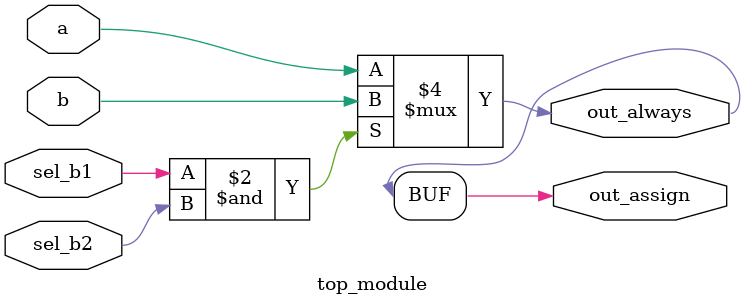
<source format=v>
/*Build a 2-to-1 mux that chooses between a and b. Choose b if both sel_b1 and sel_b2 are true. Otherwise, choose a. Do the same twice, once using assign statements and once using a procedural if statement.

sel_b1	sel_b2	out_assign
out_always
0	0	a
0	1	a
1	0	a
1	1	b   */

// synthesis verilog_input_version verilog_2001
module top_module(
    input a,
    input b,
    input sel_b1,
    input sel_b2,
    output wire out_assign,
    output reg out_always   ); 
    
    always@(*)
        begin
            if (sel_b1 & sel_b2)
                out_always <= b;
            else 
                out_always <= a;
        end
	assign out_assign = out_always;
endmodule

</source>
